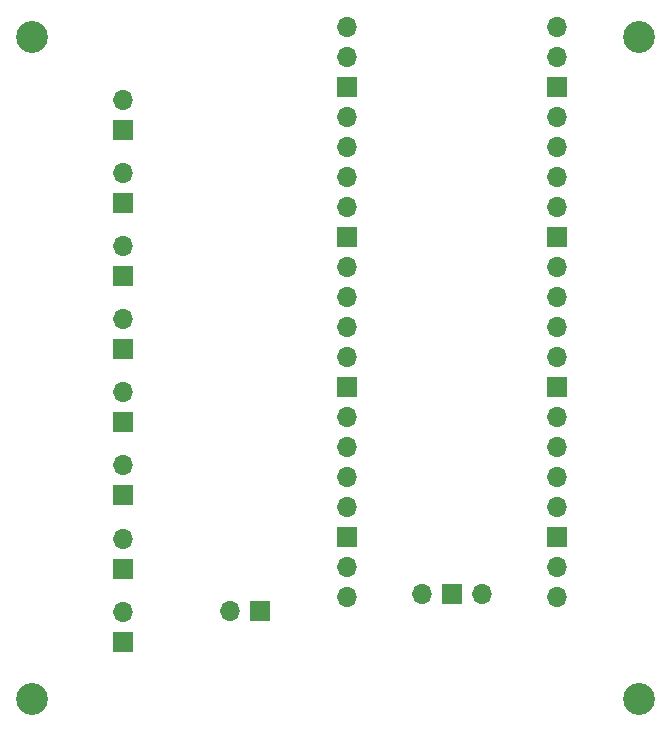
<source format=gbr>
%TF.GenerationSoftware,KiCad,Pcbnew,(6.0.7)*%
%TF.CreationDate,2023-03-24T10:01:01+01:00*%
%TF.ProjectId,PicoWS2812,5069636f-5753-4323-9831-322e6b696361,rev?*%
%TF.SameCoordinates,Original*%
%TF.FileFunction,Soldermask,Bot*%
%TF.FilePolarity,Negative*%
%FSLAX46Y46*%
G04 Gerber Fmt 4.6, Leading zero omitted, Abs format (unit mm)*
G04 Created by KiCad (PCBNEW (6.0.7)) date 2023-03-24 10:01:01*
%MOMM*%
%LPD*%
G01*
G04 APERTURE LIST*
%ADD10R,1.700000X1.700000*%
%ADD11O,1.700000X1.700000*%
%ADD12C,2.700000*%
G04 APERTURE END LIST*
D10*
%TO.C,J3*%
X103300000Y-95200000D03*
D11*
X103300000Y-92660000D03*
%TD*%
D12*
%TO.C,H3*%
X147000000Y-75000000D03*
%TD*%
D10*
%TO.C,J7*%
X103300000Y-120000000D03*
D11*
X103300000Y-117460000D03*
%TD*%
D10*
%TO.C,J2*%
X103300000Y-89000000D03*
D11*
X103300000Y-86460000D03*
%TD*%
D12*
%TO.C,H4*%
X147000000Y-131000000D03*
%TD*%
%TO.C,H1*%
X95600000Y-75000000D03*
%TD*%
D10*
%TO.C,J5*%
X103300000Y-107600000D03*
D11*
X103300000Y-105060000D03*
%TD*%
D10*
%TO.C,J9*%
X114900000Y-123600000D03*
D11*
X112360000Y-123600000D03*
%TD*%
%TO.C,U2*%
X122310000Y-74125000D03*
X122310000Y-76665000D03*
D10*
X122310000Y-79205000D03*
D11*
X122310000Y-81745000D03*
X122310000Y-84285000D03*
X122310000Y-86825000D03*
X122310000Y-89365000D03*
D10*
X122310000Y-91905000D03*
D11*
X122310000Y-94445000D03*
X122310000Y-96985000D03*
X122310000Y-99525000D03*
X122310000Y-102065000D03*
D10*
X122310000Y-104605000D03*
D11*
X122310000Y-107145000D03*
X122310000Y-109685000D03*
X122310000Y-112225000D03*
X122310000Y-114765000D03*
D10*
X122310000Y-117305000D03*
D11*
X122310000Y-119845000D03*
X122310000Y-122385000D03*
X140090000Y-122385000D03*
X140090000Y-119845000D03*
D10*
X140090000Y-117305000D03*
D11*
X140090000Y-114765000D03*
X140090000Y-112225000D03*
X140090000Y-109685000D03*
X140090000Y-107145000D03*
D10*
X140090000Y-104605000D03*
D11*
X140090000Y-102065000D03*
X140090000Y-99525000D03*
X140090000Y-96985000D03*
X140090000Y-94445000D03*
D10*
X140090000Y-91905000D03*
D11*
X140090000Y-89365000D03*
X140090000Y-86825000D03*
X140090000Y-84285000D03*
X140090000Y-81745000D03*
D10*
X140090000Y-79205000D03*
D11*
X140090000Y-76665000D03*
X140090000Y-74125000D03*
X128660000Y-122155000D03*
D10*
X131200000Y-122155000D03*
D11*
X133740000Y-122155000D03*
%TD*%
D10*
%TO.C,J1*%
X103325000Y-82825000D03*
D11*
X103325000Y-80285000D03*
%TD*%
D10*
%TO.C,J6*%
X103300000Y-113800000D03*
D11*
X103300000Y-111260000D03*
%TD*%
D12*
%TO.C,H2*%
X95600000Y-131000000D03*
%TD*%
D10*
%TO.C,J8*%
X103300000Y-126200000D03*
D11*
X103300000Y-123660000D03*
%TD*%
D10*
%TO.C,J4*%
X103300000Y-101400000D03*
D11*
X103300000Y-98860000D03*
%TD*%
M02*

</source>
